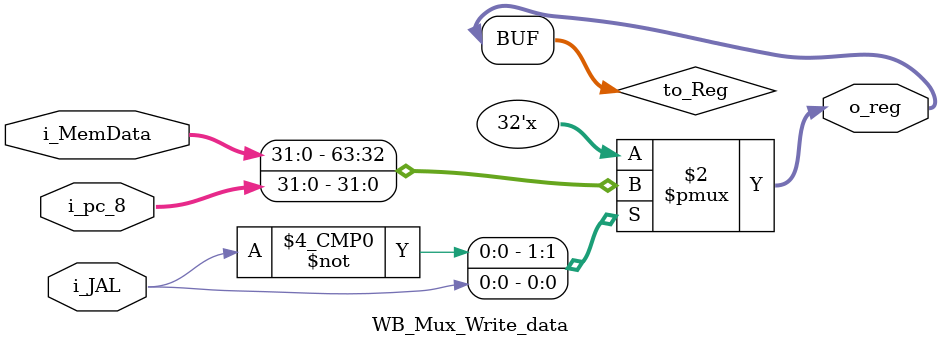
<source format=v>
`timescale 1ns / 1ps

module WB_Mux_Write_data
    #(
        parameter NBITS = 32
    )
    (
        input   wire                          i_JAL,
        input   wire     [NBITS-1      :0]    i_MemData,
        input   wire     [NBITS-1      :0]    i_pc_8,
        output  wire     [NBITS-1      :0]    o_reg                 
    );

    reg [NBITS-1  :0]   to_Reg;


    always @(*)
    begin
        case(i_JAL)
            1'b0:   to_Reg  <=  i_MemData;   
            1'b1:   to_Reg  <=  i_pc_8;
        endcase
    end

    assign  o_reg   =   to_Reg;

endmodule
</source>
